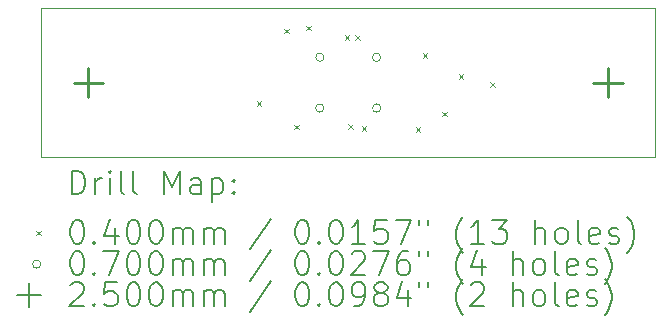
<source format=gbr>
%TF.GenerationSoftware,KiCad,Pcbnew,9.0.6*%
%TF.CreationDate,2025-12-16T13:32:34+01:00*%
%TF.ProjectId,USB,5553422e-6b69-4636-9164-5f7063625858,rev?*%
%TF.SameCoordinates,Original*%
%TF.FileFunction,Drillmap*%
%TF.FilePolarity,Positive*%
%FSLAX45Y45*%
G04 Gerber Fmt 4.5, Leading zero omitted, Abs format (unit mm)*
G04 Created by KiCad (PCBNEW 9.0.6) date 2025-12-16 13:32:34*
%MOMM*%
%LPD*%
G01*
G04 APERTURE LIST*
%ADD10C,0.050000*%
%ADD11C,0.200000*%
%ADD12C,0.100000*%
%ADD13C,0.250000*%
G04 APERTURE END LIST*
D10*
X23100000Y-11150000D02*
X28300000Y-11150000D01*
X28300000Y-12410000D01*
X23100000Y-12410000D01*
X23100000Y-11150000D01*
D11*
D12*
X24925000Y-11935000D02*
X24965000Y-11975000D01*
X24965000Y-11935000D02*
X24925000Y-11975000D01*
X25157500Y-11322500D02*
X25197500Y-11362500D01*
X25197500Y-11322500D02*
X25157500Y-11362500D01*
X25242500Y-12135000D02*
X25282500Y-12175000D01*
X25282500Y-12135000D02*
X25242500Y-12175000D01*
X25345000Y-11297500D02*
X25385000Y-11337500D01*
X25385000Y-11297500D02*
X25345000Y-11337500D01*
X25670000Y-11377500D02*
X25710000Y-11417500D01*
X25710000Y-11377500D02*
X25670000Y-11417500D01*
X25697500Y-12132500D02*
X25737500Y-12172500D01*
X25737500Y-12132500D02*
X25697500Y-12172500D01*
X25760000Y-11377500D02*
X25800000Y-11417500D01*
X25800000Y-11377500D02*
X25760000Y-11417500D01*
X25815000Y-12147500D02*
X25855000Y-12187500D01*
X25855000Y-12147500D02*
X25815000Y-12187500D01*
X26270000Y-12155000D02*
X26310000Y-12195000D01*
X26310000Y-12155000D02*
X26270000Y-12195000D01*
X26330000Y-11527500D02*
X26370000Y-11567500D01*
X26370000Y-11527500D02*
X26330000Y-11567500D01*
X26495000Y-12025000D02*
X26535000Y-12065000D01*
X26535000Y-12025000D02*
X26495000Y-12065000D01*
X26635000Y-11710000D02*
X26675000Y-11750000D01*
X26675000Y-11710000D02*
X26635000Y-11750000D01*
X26902500Y-11775000D02*
X26942500Y-11815000D01*
X26942500Y-11775000D02*
X26902500Y-11815000D01*
X25495000Y-11565000D02*
G75*
G02*
X25425000Y-11565000I-35000J0D01*
G01*
X25425000Y-11565000D02*
G75*
G02*
X25495000Y-11565000I35000J0D01*
G01*
X25495000Y-11995000D02*
G75*
G02*
X25425000Y-11995000I-35000J0D01*
G01*
X25425000Y-11995000D02*
G75*
G02*
X25495000Y-11995000I35000J0D01*
G01*
X25975000Y-11565000D02*
G75*
G02*
X25905000Y-11565000I-35000J0D01*
G01*
X25905000Y-11565000D02*
G75*
G02*
X25975000Y-11565000I35000J0D01*
G01*
X25975000Y-11995000D02*
G75*
G02*
X25905000Y-11995000I-35000J0D01*
G01*
X25905000Y-11995000D02*
G75*
G02*
X25975000Y-11995000I35000J0D01*
G01*
D13*
X23500000Y-11655000D02*
X23500000Y-11905000D01*
X23375000Y-11780000D02*
X23625000Y-11780000D01*
X27900000Y-11655000D02*
X27900000Y-11905000D01*
X27775000Y-11780000D02*
X28025000Y-11780000D01*
D11*
X23358277Y-12723984D02*
X23358277Y-12523984D01*
X23358277Y-12523984D02*
X23405896Y-12523984D01*
X23405896Y-12523984D02*
X23434467Y-12533508D01*
X23434467Y-12533508D02*
X23453515Y-12552555D01*
X23453515Y-12552555D02*
X23463039Y-12571603D01*
X23463039Y-12571603D02*
X23472562Y-12609698D01*
X23472562Y-12609698D02*
X23472562Y-12638269D01*
X23472562Y-12638269D02*
X23463039Y-12676365D01*
X23463039Y-12676365D02*
X23453515Y-12695412D01*
X23453515Y-12695412D02*
X23434467Y-12714460D01*
X23434467Y-12714460D02*
X23405896Y-12723984D01*
X23405896Y-12723984D02*
X23358277Y-12723984D01*
X23558277Y-12723984D02*
X23558277Y-12590650D01*
X23558277Y-12628746D02*
X23567801Y-12609698D01*
X23567801Y-12609698D02*
X23577324Y-12600174D01*
X23577324Y-12600174D02*
X23596372Y-12590650D01*
X23596372Y-12590650D02*
X23615420Y-12590650D01*
X23682086Y-12723984D02*
X23682086Y-12590650D01*
X23682086Y-12523984D02*
X23672562Y-12533508D01*
X23672562Y-12533508D02*
X23682086Y-12543031D01*
X23682086Y-12543031D02*
X23691610Y-12533508D01*
X23691610Y-12533508D02*
X23682086Y-12523984D01*
X23682086Y-12523984D02*
X23682086Y-12543031D01*
X23805896Y-12723984D02*
X23786848Y-12714460D01*
X23786848Y-12714460D02*
X23777324Y-12695412D01*
X23777324Y-12695412D02*
X23777324Y-12523984D01*
X23910658Y-12723984D02*
X23891610Y-12714460D01*
X23891610Y-12714460D02*
X23882086Y-12695412D01*
X23882086Y-12695412D02*
X23882086Y-12523984D01*
X24139229Y-12723984D02*
X24139229Y-12523984D01*
X24139229Y-12523984D02*
X24205896Y-12666841D01*
X24205896Y-12666841D02*
X24272562Y-12523984D01*
X24272562Y-12523984D02*
X24272562Y-12723984D01*
X24453515Y-12723984D02*
X24453515Y-12619222D01*
X24453515Y-12619222D02*
X24443991Y-12600174D01*
X24443991Y-12600174D02*
X24424943Y-12590650D01*
X24424943Y-12590650D02*
X24386848Y-12590650D01*
X24386848Y-12590650D02*
X24367801Y-12600174D01*
X24453515Y-12714460D02*
X24434467Y-12723984D01*
X24434467Y-12723984D02*
X24386848Y-12723984D01*
X24386848Y-12723984D02*
X24367801Y-12714460D01*
X24367801Y-12714460D02*
X24358277Y-12695412D01*
X24358277Y-12695412D02*
X24358277Y-12676365D01*
X24358277Y-12676365D02*
X24367801Y-12657317D01*
X24367801Y-12657317D02*
X24386848Y-12647793D01*
X24386848Y-12647793D02*
X24434467Y-12647793D01*
X24434467Y-12647793D02*
X24453515Y-12638269D01*
X24548753Y-12590650D02*
X24548753Y-12790650D01*
X24548753Y-12600174D02*
X24567801Y-12590650D01*
X24567801Y-12590650D02*
X24605896Y-12590650D01*
X24605896Y-12590650D02*
X24624943Y-12600174D01*
X24624943Y-12600174D02*
X24634467Y-12609698D01*
X24634467Y-12609698D02*
X24643991Y-12628746D01*
X24643991Y-12628746D02*
X24643991Y-12685888D01*
X24643991Y-12685888D02*
X24634467Y-12704936D01*
X24634467Y-12704936D02*
X24624943Y-12714460D01*
X24624943Y-12714460D02*
X24605896Y-12723984D01*
X24605896Y-12723984D02*
X24567801Y-12723984D01*
X24567801Y-12723984D02*
X24548753Y-12714460D01*
X24729705Y-12704936D02*
X24739229Y-12714460D01*
X24739229Y-12714460D02*
X24729705Y-12723984D01*
X24729705Y-12723984D02*
X24720182Y-12714460D01*
X24720182Y-12714460D02*
X24729705Y-12704936D01*
X24729705Y-12704936D02*
X24729705Y-12723984D01*
X24729705Y-12600174D02*
X24739229Y-12609698D01*
X24739229Y-12609698D02*
X24729705Y-12619222D01*
X24729705Y-12619222D02*
X24720182Y-12609698D01*
X24720182Y-12609698D02*
X24729705Y-12600174D01*
X24729705Y-12600174D02*
X24729705Y-12619222D01*
D12*
X23057500Y-13032500D02*
X23097500Y-13072500D01*
X23097500Y-13032500D02*
X23057500Y-13072500D01*
D11*
X23396372Y-12943984D02*
X23415420Y-12943984D01*
X23415420Y-12943984D02*
X23434467Y-12953508D01*
X23434467Y-12953508D02*
X23443991Y-12963031D01*
X23443991Y-12963031D02*
X23453515Y-12982079D01*
X23453515Y-12982079D02*
X23463039Y-13020174D01*
X23463039Y-13020174D02*
X23463039Y-13067793D01*
X23463039Y-13067793D02*
X23453515Y-13105888D01*
X23453515Y-13105888D02*
X23443991Y-13124936D01*
X23443991Y-13124936D02*
X23434467Y-13134460D01*
X23434467Y-13134460D02*
X23415420Y-13143984D01*
X23415420Y-13143984D02*
X23396372Y-13143984D01*
X23396372Y-13143984D02*
X23377324Y-13134460D01*
X23377324Y-13134460D02*
X23367801Y-13124936D01*
X23367801Y-13124936D02*
X23358277Y-13105888D01*
X23358277Y-13105888D02*
X23348753Y-13067793D01*
X23348753Y-13067793D02*
X23348753Y-13020174D01*
X23348753Y-13020174D02*
X23358277Y-12982079D01*
X23358277Y-12982079D02*
X23367801Y-12963031D01*
X23367801Y-12963031D02*
X23377324Y-12953508D01*
X23377324Y-12953508D02*
X23396372Y-12943984D01*
X23548753Y-13124936D02*
X23558277Y-13134460D01*
X23558277Y-13134460D02*
X23548753Y-13143984D01*
X23548753Y-13143984D02*
X23539229Y-13134460D01*
X23539229Y-13134460D02*
X23548753Y-13124936D01*
X23548753Y-13124936D02*
X23548753Y-13143984D01*
X23729705Y-13010650D02*
X23729705Y-13143984D01*
X23682086Y-12934460D02*
X23634467Y-13077317D01*
X23634467Y-13077317D02*
X23758277Y-13077317D01*
X23872562Y-12943984D02*
X23891610Y-12943984D01*
X23891610Y-12943984D02*
X23910658Y-12953508D01*
X23910658Y-12953508D02*
X23920182Y-12963031D01*
X23920182Y-12963031D02*
X23929705Y-12982079D01*
X23929705Y-12982079D02*
X23939229Y-13020174D01*
X23939229Y-13020174D02*
X23939229Y-13067793D01*
X23939229Y-13067793D02*
X23929705Y-13105888D01*
X23929705Y-13105888D02*
X23920182Y-13124936D01*
X23920182Y-13124936D02*
X23910658Y-13134460D01*
X23910658Y-13134460D02*
X23891610Y-13143984D01*
X23891610Y-13143984D02*
X23872562Y-13143984D01*
X23872562Y-13143984D02*
X23853515Y-13134460D01*
X23853515Y-13134460D02*
X23843991Y-13124936D01*
X23843991Y-13124936D02*
X23834467Y-13105888D01*
X23834467Y-13105888D02*
X23824943Y-13067793D01*
X23824943Y-13067793D02*
X23824943Y-13020174D01*
X23824943Y-13020174D02*
X23834467Y-12982079D01*
X23834467Y-12982079D02*
X23843991Y-12963031D01*
X23843991Y-12963031D02*
X23853515Y-12953508D01*
X23853515Y-12953508D02*
X23872562Y-12943984D01*
X24063039Y-12943984D02*
X24082086Y-12943984D01*
X24082086Y-12943984D02*
X24101134Y-12953508D01*
X24101134Y-12953508D02*
X24110658Y-12963031D01*
X24110658Y-12963031D02*
X24120182Y-12982079D01*
X24120182Y-12982079D02*
X24129705Y-13020174D01*
X24129705Y-13020174D02*
X24129705Y-13067793D01*
X24129705Y-13067793D02*
X24120182Y-13105888D01*
X24120182Y-13105888D02*
X24110658Y-13124936D01*
X24110658Y-13124936D02*
X24101134Y-13134460D01*
X24101134Y-13134460D02*
X24082086Y-13143984D01*
X24082086Y-13143984D02*
X24063039Y-13143984D01*
X24063039Y-13143984D02*
X24043991Y-13134460D01*
X24043991Y-13134460D02*
X24034467Y-13124936D01*
X24034467Y-13124936D02*
X24024943Y-13105888D01*
X24024943Y-13105888D02*
X24015420Y-13067793D01*
X24015420Y-13067793D02*
X24015420Y-13020174D01*
X24015420Y-13020174D02*
X24024943Y-12982079D01*
X24024943Y-12982079D02*
X24034467Y-12963031D01*
X24034467Y-12963031D02*
X24043991Y-12953508D01*
X24043991Y-12953508D02*
X24063039Y-12943984D01*
X24215420Y-13143984D02*
X24215420Y-13010650D01*
X24215420Y-13029698D02*
X24224943Y-13020174D01*
X24224943Y-13020174D02*
X24243991Y-13010650D01*
X24243991Y-13010650D02*
X24272563Y-13010650D01*
X24272563Y-13010650D02*
X24291610Y-13020174D01*
X24291610Y-13020174D02*
X24301134Y-13039222D01*
X24301134Y-13039222D02*
X24301134Y-13143984D01*
X24301134Y-13039222D02*
X24310658Y-13020174D01*
X24310658Y-13020174D02*
X24329705Y-13010650D01*
X24329705Y-13010650D02*
X24358277Y-13010650D01*
X24358277Y-13010650D02*
X24377324Y-13020174D01*
X24377324Y-13020174D02*
X24386848Y-13039222D01*
X24386848Y-13039222D02*
X24386848Y-13143984D01*
X24482086Y-13143984D02*
X24482086Y-13010650D01*
X24482086Y-13029698D02*
X24491610Y-13020174D01*
X24491610Y-13020174D02*
X24510658Y-13010650D01*
X24510658Y-13010650D02*
X24539229Y-13010650D01*
X24539229Y-13010650D02*
X24558277Y-13020174D01*
X24558277Y-13020174D02*
X24567801Y-13039222D01*
X24567801Y-13039222D02*
X24567801Y-13143984D01*
X24567801Y-13039222D02*
X24577324Y-13020174D01*
X24577324Y-13020174D02*
X24596372Y-13010650D01*
X24596372Y-13010650D02*
X24624943Y-13010650D01*
X24624943Y-13010650D02*
X24643991Y-13020174D01*
X24643991Y-13020174D02*
X24653515Y-13039222D01*
X24653515Y-13039222D02*
X24653515Y-13143984D01*
X25043991Y-12934460D02*
X24872563Y-13191603D01*
X25301134Y-12943984D02*
X25320182Y-12943984D01*
X25320182Y-12943984D02*
X25339229Y-12953508D01*
X25339229Y-12953508D02*
X25348753Y-12963031D01*
X25348753Y-12963031D02*
X25358277Y-12982079D01*
X25358277Y-12982079D02*
X25367801Y-13020174D01*
X25367801Y-13020174D02*
X25367801Y-13067793D01*
X25367801Y-13067793D02*
X25358277Y-13105888D01*
X25358277Y-13105888D02*
X25348753Y-13124936D01*
X25348753Y-13124936D02*
X25339229Y-13134460D01*
X25339229Y-13134460D02*
X25320182Y-13143984D01*
X25320182Y-13143984D02*
X25301134Y-13143984D01*
X25301134Y-13143984D02*
X25282086Y-13134460D01*
X25282086Y-13134460D02*
X25272563Y-13124936D01*
X25272563Y-13124936D02*
X25263039Y-13105888D01*
X25263039Y-13105888D02*
X25253515Y-13067793D01*
X25253515Y-13067793D02*
X25253515Y-13020174D01*
X25253515Y-13020174D02*
X25263039Y-12982079D01*
X25263039Y-12982079D02*
X25272563Y-12963031D01*
X25272563Y-12963031D02*
X25282086Y-12953508D01*
X25282086Y-12953508D02*
X25301134Y-12943984D01*
X25453515Y-13124936D02*
X25463039Y-13134460D01*
X25463039Y-13134460D02*
X25453515Y-13143984D01*
X25453515Y-13143984D02*
X25443991Y-13134460D01*
X25443991Y-13134460D02*
X25453515Y-13124936D01*
X25453515Y-13124936D02*
X25453515Y-13143984D01*
X25586848Y-12943984D02*
X25605896Y-12943984D01*
X25605896Y-12943984D02*
X25624944Y-12953508D01*
X25624944Y-12953508D02*
X25634467Y-12963031D01*
X25634467Y-12963031D02*
X25643991Y-12982079D01*
X25643991Y-12982079D02*
X25653515Y-13020174D01*
X25653515Y-13020174D02*
X25653515Y-13067793D01*
X25653515Y-13067793D02*
X25643991Y-13105888D01*
X25643991Y-13105888D02*
X25634467Y-13124936D01*
X25634467Y-13124936D02*
X25624944Y-13134460D01*
X25624944Y-13134460D02*
X25605896Y-13143984D01*
X25605896Y-13143984D02*
X25586848Y-13143984D01*
X25586848Y-13143984D02*
X25567801Y-13134460D01*
X25567801Y-13134460D02*
X25558277Y-13124936D01*
X25558277Y-13124936D02*
X25548753Y-13105888D01*
X25548753Y-13105888D02*
X25539229Y-13067793D01*
X25539229Y-13067793D02*
X25539229Y-13020174D01*
X25539229Y-13020174D02*
X25548753Y-12982079D01*
X25548753Y-12982079D02*
X25558277Y-12963031D01*
X25558277Y-12963031D02*
X25567801Y-12953508D01*
X25567801Y-12953508D02*
X25586848Y-12943984D01*
X25843991Y-13143984D02*
X25729706Y-13143984D01*
X25786848Y-13143984D02*
X25786848Y-12943984D01*
X25786848Y-12943984D02*
X25767801Y-12972555D01*
X25767801Y-12972555D02*
X25748753Y-12991603D01*
X25748753Y-12991603D02*
X25729706Y-13001127D01*
X26024944Y-12943984D02*
X25929706Y-12943984D01*
X25929706Y-12943984D02*
X25920182Y-13039222D01*
X25920182Y-13039222D02*
X25929706Y-13029698D01*
X25929706Y-13029698D02*
X25948753Y-13020174D01*
X25948753Y-13020174D02*
X25996372Y-13020174D01*
X25996372Y-13020174D02*
X26015420Y-13029698D01*
X26015420Y-13029698D02*
X26024944Y-13039222D01*
X26024944Y-13039222D02*
X26034467Y-13058269D01*
X26034467Y-13058269D02*
X26034467Y-13105888D01*
X26034467Y-13105888D02*
X26024944Y-13124936D01*
X26024944Y-13124936D02*
X26015420Y-13134460D01*
X26015420Y-13134460D02*
X25996372Y-13143984D01*
X25996372Y-13143984D02*
X25948753Y-13143984D01*
X25948753Y-13143984D02*
X25929706Y-13134460D01*
X25929706Y-13134460D02*
X25920182Y-13124936D01*
X26101134Y-12943984D02*
X26234467Y-12943984D01*
X26234467Y-12943984D02*
X26148753Y-13143984D01*
X26301134Y-12943984D02*
X26301134Y-12982079D01*
X26377325Y-12943984D02*
X26377325Y-12982079D01*
X26672563Y-13220174D02*
X26663039Y-13210650D01*
X26663039Y-13210650D02*
X26643991Y-13182079D01*
X26643991Y-13182079D02*
X26634468Y-13163031D01*
X26634468Y-13163031D02*
X26624944Y-13134460D01*
X26624944Y-13134460D02*
X26615420Y-13086841D01*
X26615420Y-13086841D02*
X26615420Y-13048746D01*
X26615420Y-13048746D02*
X26624944Y-13001127D01*
X26624944Y-13001127D02*
X26634468Y-12972555D01*
X26634468Y-12972555D02*
X26643991Y-12953508D01*
X26643991Y-12953508D02*
X26663039Y-12924936D01*
X26663039Y-12924936D02*
X26672563Y-12915412D01*
X26853515Y-13143984D02*
X26739229Y-13143984D01*
X26796372Y-13143984D02*
X26796372Y-12943984D01*
X26796372Y-12943984D02*
X26777325Y-12972555D01*
X26777325Y-12972555D02*
X26758277Y-12991603D01*
X26758277Y-12991603D02*
X26739229Y-13001127D01*
X26920182Y-12943984D02*
X27043991Y-12943984D01*
X27043991Y-12943984D02*
X26977325Y-13020174D01*
X26977325Y-13020174D02*
X27005896Y-13020174D01*
X27005896Y-13020174D02*
X27024944Y-13029698D01*
X27024944Y-13029698D02*
X27034468Y-13039222D01*
X27034468Y-13039222D02*
X27043991Y-13058269D01*
X27043991Y-13058269D02*
X27043991Y-13105888D01*
X27043991Y-13105888D02*
X27034468Y-13124936D01*
X27034468Y-13124936D02*
X27024944Y-13134460D01*
X27024944Y-13134460D02*
X27005896Y-13143984D01*
X27005896Y-13143984D02*
X26948753Y-13143984D01*
X26948753Y-13143984D02*
X26929706Y-13134460D01*
X26929706Y-13134460D02*
X26920182Y-13124936D01*
X27282087Y-13143984D02*
X27282087Y-12943984D01*
X27367801Y-13143984D02*
X27367801Y-13039222D01*
X27367801Y-13039222D02*
X27358277Y-13020174D01*
X27358277Y-13020174D02*
X27339230Y-13010650D01*
X27339230Y-13010650D02*
X27310658Y-13010650D01*
X27310658Y-13010650D02*
X27291610Y-13020174D01*
X27291610Y-13020174D02*
X27282087Y-13029698D01*
X27491610Y-13143984D02*
X27472563Y-13134460D01*
X27472563Y-13134460D02*
X27463039Y-13124936D01*
X27463039Y-13124936D02*
X27453515Y-13105888D01*
X27453515Y-13105888D02*
X27453515Y-13048746D01*
X27453515Y-13048746D02*
X27463039Y-13029698D01*
X27463039Y-13029698D02*
X27472563Y-13020174D01*
X27472563Y-13020174D02*
X27491610Y-13010650D01*
X27491610Y-13010650D02*
X27520182Y-13010650D01*
X27520182Y-13010650D02*
X27539230Y-13020174D01*
X27539230Y-13020174D02*
X27548753Y-13029698D01*
X27548753Y-13029698D02*
X27558277Y-13048746D01*
X27558277Y-13048746D02*
X27558277Y-13105888D01*
X27558277Y-13105888D02*
X27548753Y-13124936D01*
X27548753Y-13124936D02*
X27539230Y-13134460D01*
X27539230Y-13134460D02*
X27520182Y-13143984D01*
X27520182Y-13143984D02*
X27491610Y-13143984D01*
X27672563Y-13143984D02*
X27653515Y-13134460D01*
X27653515Y-13134460D02*
X27643991Y-13115412D01*
X27643991Y-13115412D02*
X27643991Y-12943984D01*
X27824944Y-13134460D02*
X27805896Y-13143984D01*
X27805896Y-13143984D02*
X27767801Y-13143984D01*
X27767801Y-13143984D02*
X27748753Y-13134460D01*
X27748753Y-13134460D02*
X27739230Y-13115412D01*
X27739230Y-13115412D02*
X27739230Y-13039222D01*
X27739230Y-13039222D02*
X27748753Y-13020174D01*
X27748753Y-13020174D02*
X27767801Y-13010650D01*
X27767801Y-13010650D02*
X27805896Y-13010650D01*
X27805896Y-13010650D02*
X27824944Y-13020174D01*
X27824944Y-13020174D02*
X27834468Y-13039222D01*
X27834468Y-13039222D02*
X27834468Y-13058269D01*
X27834468Y-13058269D02*
X27739230Y-13077317D01*
X27910658Y-13134460D02*
X27929706Y-13143984D01*
X27929706Y-13143984D02*
X27967801Y-13143984D01*
X27967801Y-13143984D02*
X27986849Y-13134460D01*
X27986849Y-13134460D02*
X27996372Y-13115412D01*
X27996372Y-13115412D02*
X27996372Y-13105888D01*
X27996372Y-13105888D02*
X27986849Y-13086841D01*
X27986849Y-13086841D02*
X27967801Y-13077317D01*
X27967801Y-13077317D02*
X27939230Y-13077317D01*
X27939230Y-13077317D02*
X27920182Y-13067793D01*
X27920182Y-13067793D02*
X27910658Y-13048746D01*
X27910658Y-13048746D02*
X27910658Y-13039222D01*
X27910658Y-13039222D02*
X27920182Y-13020174D01*
X27920182Y-13020174D02*
X27939230Y-13010650D01*
X27939230Y-13010650D02*
X27967801Y-13010650D01*
X27967801Y-13010650D02*
X27986849Y-13020174D01*
X28063039Y-13220174D02*
X28072563Y-13210650D01*
X28072563Y-13210650D02*
X28091611Y-13182079D01*
X28091611Y-13182079D02*
X28101134Y-13163031D01*
X28101134Y-13163031D02*
X28110658Y-13134460D01*
X28110658Y-13134460D02*
X28120182Y-13086841D01*
X28120182Y-13086841D02*
X28120182Y-13048746D01*
X28120182Y-13048746D02*
X28110658Y-13001127D01*
X28110658Y-13001127D02*
X28101134Y-12972555D01*
X28101134Y-12972555D02*
X28091611Y-12953508D01*
X28091611Y-12953508D02*
X28072563Y-12924936D01*
X28072563Y-12924936D02*
X28063039Y-12915412D01*
D12*
X23097500Y-13316500D02*
G75*
G02*
X23027500Y-13316500I-35000J0D01*
G01*
X23027500Y-13316500D02*
G75*
G02*
X23097500Y-13316500I35000J0D01*
G01*
D11*
X23396372Y-13207984D02*
X23415420Y-13207984D01*
X23415420Y-13207984D02*
X23434467Y-13217508D01*
X23434467Y-13217508D02*
X23443991Y-13227031D01*
X23443991Y-13227031D02*
X23453515Y-13246079D01*
X23453515Y-13246079D02*
X23463039Y-13284174D01*
X23463039Y-13284174D02*
X23463039Y-13331793D01*
X23463039Y-13331793D02*
X23453515Y-13369888D01*
X23453515Y-13369888D02*
X23443991Y-13388936D01*
X23443991Y-13388936D02*
X23434467Y-13398460D01*
X23434467Y-13398460D02*
X23415420Y-13407984D01*
X23415420Y-13407984D02*
X23396372Y-13407984D01*
X23396372Y-13407984D02*
X23377324Y-13398460D01*
X23377324Y-13398460D02*
X23367801Y-13388936D01*
X23367801Y-13388936D02*
X23358277Y-13369888D01*
X23358277Y-13369888D02*
X23348753Y-13331793D01*
X23348753Y-13331793D02*
X23348753Y-13284174D01*
X23348753Y-13284174D02*
X23358277Y-13246079D01*
X23358277Y-13246079D02*
X23367801Y-13227031D01*
X23367801Y-13227031D02*
X23377324Y-13217508D01*
X23377324Y-13217508D02*
X23396372Y-13207984D01*
X23548753Y-13388936D02*
X23558277Y-13398460D01*
X23558277Y-13398460D02*
X23548753Y-13407984D01*
X23548753Y-13407984D02*
X23539229Y-13398460D01*
X23539229Y-13398460D02*
X23548753Y-13388936D01*
X23548753Y-13388936D02*
X23548753Y-13407984D01*
X23624943Y-13207984D02*
X23758277Y-13207984D01*
X23758277Y-13207984D02*
X23672562Y-13407984D01*
X23872562Y-13207984D02*
X23891610Y-13207984D01*
X23891610Y-13207984D02*
X23910658Y-13217508D01*
X23910658Y-13217508D02*
X23920182Y-13227031D01*
X23920182Y-13227031D02*
X23929705Y-13246079D01*
X23929705Y-13246079D02*
X23939229Y-13284174D01*
X23939229Y-13284174D02*
X23939229Y-13331793D01*
X23939229Y-13331793D02*
X23929705Y-13369888D01*
X23929705Y-13369888D02*
X23920182Y-13388936D01*
X23920182Y-13388936D02*
X23910658Y-13398460D01*
X23910658Y-13398460D02*
X23891610Y-13407984D01*
X23891610Y-13407984D02*
X23872562Y-13407984D01*
X23872562Y-13407984D02*
X23853515Y-13398460D01*
X23853515Y-13398460D02*
X23843991Y-13388936D01*
X23843991Y-13388936D02*
X23834467Y-13369888D01*
X23834467Y-13369888D02*
X23824943Y-13331793D01*
X23824943Y-13331793D02*
X23824943Y-13284174D01*
X23824943Y-13284174D02*
X23834467Y-13246079D01*
X23834467Y-13246079D02*
X23843991Y-13227031D01*
X23843991Y-13227031D02*
X23853515Y-13217508D01*
X23853515Y-13217508D02*
X23872562Y-13207984D01*
X24063039Y-13207984D02*
X24082086Y-13207984D01*
X24082086Y-13207984D02*
X24101134Y-13217508D01*
X24101134Y-13217508D02*
X24110658Y-13227031D01*
X24110658Y-13227031D02*
X24120182Y-13246079D01*
X24120182Y-13246079D02*
X24129705Y-13284174D01*
X24129705Y-13284174D02*
X24129705Y-13331793D01*
X24129705Y-13331793D02*
X24120182Y-13369888D01*
X24120182Y-13369888D02*
X24110658Y-13388936D01*
X24110658Y-13388936D02*
X24101134Y-13398460D01*
X24101134Y-13398460D02*
X24082086Y-13407984D01*
X24082086Y-13407984D02*
X24063039Y-13407984D01*
X24063039Y-13407984D02*
X24043991Y-13398460D01*
X24043991Y-13398460D02*
X24034467Y-13388936D01*
X24034467Y-13388936D02*
X24024943Y-13369888D01*
X24024943Y-13369888D02*
X24015420Y-13331793D01*
X24015420Y-13331793D02*
X24015420Y-13284174D01*
X24015420Y-13284174D02*
X24024943Y-13246079D01*
X24024943Y-13246079D02*
X24034467Y-13227031D01*
X24034467Y-13227031D02*
X24043991Y-13217508D01*
X24043991Y-13217508D02*
X24063039Y-13207984D01*
X24215420Y-13407984D02*
X24215420Y-13274650D01*
X24215420Y-13293698D02*
X24224943Y-13284174D01*
X24224943Y-13284174D02*
X24243991Y-13274650D01*
X24243991Y-13274650D02*
X24272563Y-13274650D01*
X24272563Y-13274650D02*
X24291610Y-13284174D01*
X24291610Y-13284174D02*
X24301134Y-13303222D01*
X24301134Y-13303222D02*
X24301134Y-13407984D01*
X24301134Y-13303222D02*
X24310658Y-13284174D01*
X24310658Y-13284174D02*
X24329705Y-13274650D01*
X24329705Y-13274650D02*
X24358277Y-13274650D01*
X24358277Y-13274650D02*
X24377324Y-13284174D01*
X24377324Y-13284174D02*
X24386848Y-13303222D01*
X24386848Y-13303222D02*
X24386848Y-13407984D01*
X24482086Y-13407984D02*
X24482086Y-13274650D01*
X24482086Y-13293698D02*
X24491610Y-13284174D01*
X24491610Y-13284174D02*
X24510658Y-13274650D01*
X24510658Y-13274650D02*
X24539229Y-13274650D01*
X24539229Y-13274650D02*
X24558277Y-13284174D01*
X24558277Y-13284174D02*
X24567801Y-13303222D01*
X24567801Y-13303222D02*
X24567801Y-13407984D01*
X24567801Y-13303222D02*
X24577324Y-13284174D01*
X24577324Y-13284174D02*
X24596372Y-13274650D01*
X24596372Y-13274650D02*
X24624943Y-13274650D01*
X24624943Y-13274650D02*
X24643991Y-13284174D01*
X24643991Y-13284174D02*
X24653515Y-13303222D01*
X24653515Y-13303222D02*
X24653515Y-13407984D01*
X25043991Y-13198460D02*
X24872563Y-13455603D01*
X25301134Y-13207984D02*
X25320182Y-13207984D01*
X25320182Y-13207984D02*
X25339229Y-13217508D01*
X25339229Y-13217508D02*
X25348753Y-13227031D01*
X25348753Y-13227031D02*
X25358277Y-13246079D01*
X25358277Y-13246079D02*
X25367801Y-13284174D01*
X25367801Y-13284174D02*
X25367801Y-13331793D01*
X25367801Y-13331793D02*
X25358277Y-13369888D01*
X25358277Y-13369888D02*
X25348753Y-13388936D01*
X25348753Y-13388936D02*
X25339229Y-13398460D01*
X25339229Y-13398460D02*
X25320182Y-13407984D01*
X25320182Y-13407984D02*
X25301134Y-13407984D01*
X25301134Y-13407984D02*
X25282086Y-13398460D01*
X25282086Y-13398460D02*
X25272563Y-13388936D01*
X25272563Y-13388936D02*
X25263039Y-13369888D01*
X25263039Y-13369888D02*
X25253515Y-13331793D01*
X25253515Y-13331793D02*
X25253515Y-13284174D01*
X25253515Y-13284174D02*
X25263039Y-13246079D01*
X25263039Y-13246079D02*
X25272563Y-13227031D01*
X25272563Y-13227031D02*
X25282086Y-13217508D01*
X25282086Y-13217508D02*
X25301134Y-13207984D01*
X25453515Y-13388936D02*
X25463039Y-13398460D01*
X25463039Y-13398460D02*
X25453515Y-13407984D01*
X25453515Y-13407984D02*
X25443991Y-13398460D01*
X25443991Y-13398460D02*
X25453515Y-13388936D01*
X25453515Y-13388936D02*
X25453515Y-13407984D01*
X25586848Y-13207984D02*
X25605896Y-13207984D01*
X25605896Y-13207984D02*
X25624944Y-13217508D01*
X25624944Y-13217508D02*
X25634467Y-13227031D01*
X25634467Y-13227031D02*
X25643991Y-13246079D01*
X25643991Y-13246079D02*
X25653515Y-13284174D01*
X25653515Y-13284174D02*
X25653515Y-13331793D01*
X25653515Y-13331793D02*
X25643991Y-13369888D01*
X25643991Y-13369888D02*
X25634467Y-13388936D01*
X25634467Y-13388936D02*
X25624944Y-13398460D01*
X25624944Y-13398460D02*
X25605896Y-13407984D01*
X25605896Y-13407984D02*
X25586848Y-13407984D01*
X25586848Y-13407984D02*
X25567801Y-13398460D01*
X25567801Y-13398460D02*
X25558277Y-13388936D01*
X25558277Y-13388936D02*
X25548753Y-13369888D01*
X25548753Y-13369888D02*
X25539229Y-13331793D01*
X25539229Y-13331793D02*
X25539229Y-13284174D01*
X25539229Y-13284174D02*
X25548753Y-13246079D01*
X25548753Y-13246079D02*
X25558277Y-13227031D01*
X25558277Y-13227031D02*
X25567801Y-13217508D01*
X25567801Y-13217508D02*
X25586848Y-13207984D01*
X25729706Y-13227031D02*
X25739229Y-13217508D01*
X25739229Y-13217508D02*
X25758277Y-13207984D01*
X25758277Y-13207984D02*
X25805896Y-13207984D01*
X25805896Y-13207984D02*
X25824944Y-13217508D01*
X25824944Y-13217508D02*
X25834467Y-13227031D01*
X25834467Y-13227031D02*
X25843991Y-13246079D01*
X25843991Y-13246079D02*
X25843991Y-13265127D01*
X25843991Y-13265127D02*
X25834467Y-13293698D01*
X25834467Y-13293698D02*
X25720182Y-13407984D01*
X25720182Y-13407984D02*
X25843991Y-13407984D01*
X25910658Y-13207984D02*
X26043991Y-13207984D01*
X26043991Y-13207984D02*
X25958277Y-13407984D01*
X26205896Y-13207984D02*
X26167801Y-13207984D01*
X26167801Y-13207984D02*
X26148753Y-13217508D01*
X26148753Y-13217508D02*
X26139229Y-13227031D01*
X26139229Y-13227031D02*
X26120182Y-13255603D01*
X26120182Y-13255603D02*
X26110658Y-13293698D01*
X26110658Y-13293698D02*
X26110658Y-13369888D01*
X26110658Y-13369888D02*
X26120182Y-13388936D01*
X26120182Y-13388936D02*
X26129706Y-13398460D01*
X26129706Y-13398460D02*
X26148753Y-13407984D01*
X26148753Y-13407984D02*
X26186848Y-13407984D01*
X26186848Y-13407984D02*
X26205896Y-13398460D01*
X26205896Y-13398460D02*
X26215420Y-13388936D01*
X26215420Y-13388936D02*
X26224944Y-13369888D01*
X26224944Y-13369888D02*
X26224944Y-13322269D01*
X26224944Y-13322269D02*
X26215420Y-13303222D01*
X26215420Y-13303222D02*
X26205896Y-13293698D01*
X26205896Y-13293698D02*
X26186848Y-13284174D01*
X26186848Y-13284174D02*
X26148753Y-13284174D01*
X26148753Y-13284174D02*
X26129706Y-13293698D01*
X26129706Y-13293698D02*
X26120182Y-13303222D01*
X26120182Y-13303222D02*
X26110658Y-13322269D01*
X26301134Y-13207984D02*
X26301134Y-13246079D01*
X26377325Y-13207984D02*
X26377325Y-13246079D01*
X26672563Y-13484174D02*
X26663039Y-13474650D01*
X26663039Y-13474650D02*
X26643991Y-13446079D01*
X26643991Y-13446079D02*
X26634468Y-13427031D01*
X26634468Y-13427031D02*
X26624944Y-13398460D01*
X26624944Y-13398460D02*
X26615420Y-13350841D01*
X26615420Y-13350841D02*
X26615420Y-13312746D01*
X26615420Y-13312746D02*
X26624944Y-13265127D01*
X26624944Y-13265127D02*
X26634468Y-13236555D01*
X26634468Y-13236555D02*
X26643991Y-13217508D01*
X26643991Y-13217508D02*
X26663039Y-13188936D01*
X26663039Y-13188936D02*
X26672563Y-13179412D01*
X26834468Y-13274650D02*
X26834468Y-13407984D01*
X26786848Y-13198460D02*
X26739229Y-13341317D01*
X26739229Y-13341317D02*
X26863039Y-13341317D01*
X27091610Y-13407984D02*
X27091610Y-13207984D01*
X27177325Y-13407984D02*
X27177325Y-13303222D01*
X27177325Y-13303222D02*
X27167801Y-13284174D01*
X27167801Y-13284174D02*
X27148753Y-13274650D01*
X27148753Y-13274650D02*
X27120182Y-13274650D01*
X27120182Y-13274650D02*
X27101134Y-13284174D01*
X27101134Y-13284174D02*
X27091610Y-13293698D01*
X27301134Y-13407984D02*
X27282087Y-13398460D01*
X27282087Y-13398460D02*
X27272563Y-13388936D01*
X27272563Y-13388936D02*
X27263039Y-13369888D01*
X27263039Y-13369888D02*
X27263039Y-13312746D01*
X27263039Y-13312746D02*
X27272563Y-13293698D01*
X27272563Y-13293698D02*
X27282087Y-13284174D01*
X27282087Y-13284174D02*
X27301134Y-13274650D01*
X27301134Y-13274650D02*
X27329706Y-13274650D01*
X27329706Y-13274650D02*
X27348753Y-13284174D01*
X27348753Y-13284174D02*
X27358277Y-13293698D01*
X27358277Y-13293698D02*
X27367801Y-13312746D01*
X27367801Y-13312746D02*
X27367801Y-13369888D01*
X27367801Y-13369888D02*
X27358277Y-13388936D01*
X27358277Y-13388936D02*
X27348753Y-13398460D01*
X27348753Y-13398460D02*
X27329706Y-13407984D01*
X27329706Y-13407984D02*
X27301134Y-13407984D01*
X27482087Y-13407984D02*
X27463039Y-13398460D01*
X27463039Y-13398460D02*
X27453515Y-13379412D01*
X27453515Y-13379412D02*
X27453515Y-13207984D01*
X27634468Y-13398460D02*
X27615420Y-13407984D01*
X27615420Y-13407984D02*
X27577325Y-13407984D01*
X27577325Y-13407984D02*
X27558277Y-13398460D01*
X27558277Y-13398460D02*
X27548753Y-13379412D01*
X27548753Y-13379412D02*
X27548753Y-13303222D01*
X27548753Y-13303222D02*
X27558277Y-13284174D01*
X27558277Y-13284174D02*
X27577325Y-13274650D01*
X27577325Y-13274650D02*
X27615420Y-13274650D01*
X27615420Y-13274650D02*
X27634468Y-13284174D01*
X27634468Y-13284174D02*
X27643991Y-13303222D01*
X27643991Y-13303222D02*
X27643991Y-13322269D01*
X27643991Y-13322269D02*
X27548753Y-13341317D01*
X27720182Y-13398460D02*
X27739230Y-13407984D01*
X27739230Y-13407984D02*
X27777325Y-13407984D01*
X27777325Y-13407984D02*
X27796372Y-13398460D01*
X27796372Y-13398460D02*
X27805896Y-13379412D01*
X27805896Y-13379412D02*
X27805896Y-13369888D01*
X27805896Y-13369888D02*
X27796372Y-13350841D01*
X27796372Y-13350841D02*
X27777325Y-13341317D01*
X27777325Y-13341317D02*
X27748753Y-13341317D01*
X27748753Y-13341317D02*
X27729706Y-13331793D01*
X27729706Y-13331793D02*
X27720182Y-13312746D01*
X27720182Y-13312746D02*
X27720182Y-13303222D01*
X27720182Y-13303222D02*
X27729706Y-13284174D01*
X27729706Y-13284174D02*
X27748753Y-13274650D01*
X27748753Y-13274650D02*
X27777325Y-13274650D01*
X27777325Y-13274650D02*
X27796372Y-13284174D01*
X27872563Y-13484174D02*
X27882087Y-13474650D01*
X27882087Y-13474650D02*
X27901134Y-13446079D01*
X27901134Y-13446079D02*
X27910658Y-13427031D01*
X27910658Y-13427031D02*
X27920182Y-13398460D01*
X27920182Y-13398460D02*
X27929706Y-13350841D01*
X27929706Y-13350841D02*
X27929706Y-13312746D01*
X27929706Y-13312746D02*
X27920182Y-13265127D01*
X27920182Y-13265127D02*
X27910658Y-13236555D01*
X27910658Y-13236555D02*
X27901134Y-13217508D01*
X27901134Y-13217508D02*
X27882087Y-13188936D01*
X27882087Y-13188936D02*
X27872563Y-13179412D01*
X22997500Y-13480500D02*
X22997500Y-13680500D01*
X22897500Y-13580500D02*
X23097500Y-13580500D01*
X23348753Y-13491031D02*
X23358277Y-13481508D01*
X23358277Y-13481508D02*
X23377324Y-13471984D01*
X23377324Y-13471984D02*
X23424943Y-13471984D01*
X23424943Y-13471984D02*
X23443991Y-13481508D01*
X23443991Y-13481508D02*
X23453515Y-13491031D01*
X23453515Y-13491031D02*
X23463039Y-13510079D01*
X23463039Y-13510079D02*
X23463039Y-13529127D01*
X23463039Y-13529127D02*
X23453515Y-13557698D01*
X23453515Y-13557698D02*
X23339229Y-13671984D01*
X23339229Y-13671984D02*
X23463039Y-13671984D01*
X23548753Y-13652936D02*
X23558277Y-13662460D01*
X23558277Y-13662460D02*
X23548753Y-13671984D01*
X23548753Y-13671984D02*
X23539229Y-13662460D01*
X23539229Y-13662460D02*
X23548753Y-13652936D01*
X23548753Y-13652936D02*
X23548753Y-13671984D01*
X23739229Y-13471984D02*
X23643991Y-13471984D01*
X23643991Y-13471984D02*
X23634467Y-13567222D01*
X23634467Y-13567222D02*
X23643991Y-13557698D01*
X23643991Y-13557698D02*
X23663039Y-13548174D01*
X23663039Y-13548174D02*
X23710658Y-13548174D01*
X23710658Y-13548174D02*
X23729705Y-13557698D01*
X23729705Y-13557698D02*
X23739229Y-13567222D01*
X23739229Y-13567222D02*
X23748753Y-13586269D01*
X23748753Y-13586269D02*
X23748753Y-13633888D01*
X23748753Y-13633888D02*
X23739229Y-13652936D01*
X23739229Y-13652936D02*
X23729705Y-13662460D01*
X23729705Y-13662460D02*
X23710658Y-13671984D01*
X23710658Y-13671984D02*
X23663039Y-13671984D01*
X23663039Y-13671984D02*
X23643991Y-13662460D01*
X23643991Y-13662460D02*
X23634467Y-13652936D01*
X23872562Y-13471984D02*
X23891610Y-13471984D01*
X23891610Y-13471984D02*
X23910658Y-13481508D01*
X23910658Y-13481508D02*
X23920182Y-13491031D01*
X23920182Y-13491031D02*
X23929705Y-13510079D01*
X23929705Y-13510079D02*
X23939229Y-13548174D01*
X23939229Y-13548174D02*
X23939229Y-13595793D01*
X23939229Y-13595793D02*
X23929705Y-13633888D01*
X23929705Y-13633888D02*
X23920182Y-13652936D01*
X23920182Y-13652936D02*
X23910658Y-13662460D01*
X23910658Y-13662460D02*
X23891610Y-13671984D01*
X23891610Y-13671984D02*
X23872562Y-13671984D01*
X23872562Y-13671984D02*
X23853515Y-13662460D01*
X23853515Y-13662460D02*
X23843991Y-13652936D01*
X23843991Y-13652936D02*
X23834467Y-13633888D01*
X23834467Y-13633888D02*
X23824943Y-13595793D01*
X23824943Y-13595793D02*
X23824943Y-13548174D01*
X23824943Y-13548174D02*
X23834467Y-13510079D01*
X23834467Y-13510079D02*
X23843991Y-13491031D01*
X23843991Y-13491031D02*
X23853515Y-13481508D01*
X23853515Y-13481508D02*
X23872562Y-13471984D01*
X24063039Y-13471984D02*
X24082086Y-13471984D01*
X24082086Y-13471984D02*
X24101134Y-13481508D01*
X24101134Y-13481508D02*
X24110658Y-13491031D01*
X24110658Y-13491031D02*
X24120182Y-13510079D01*
X24120182Y-13510079D02*
X24129705Y-13548174D01*
X24129705Y-13548174D02*
X24129705Y-13595793D01*
X24129705Y-13595793D02*
X24120182Y-13633888D01*
X24120182Y-13633888D02*
X24110658Y-13652936D01*
X24110658Y-13652936D02*
X24101134Y-13662460D01*
X24101134Y-13662460D02*
X24082086Y-13671984D01*
X24082086Y-13671984D02*
X24063039Y-13671984D01*
X24063039Y-13671984D02*
X24043991Y-13662460D01*
X24043991Y-13662460D02*
X24034467Y-13652936D01*
X24034467Y-13652936D02*
X24024943Y-13633888D01*
X24024943Y-13633888D02*
X24015420Y-13595793D01*
X24015420Y-13595793D02*
X24015420Y-13548174D01*
X24015420Y-13548174D02*
X24024943Y-13510079D01*
X24024943Y-13510079D02*
X24034467Y-13491031D01*
X24034467Y-13491031D02*
X24043991Y-13481508D01*
X24043991Y-13481508D02*
X24063039Y-13471984D01*
X24215420Y-13671984D02*
X24215420Y-13538650D01*
X24215420Y-13557698D02*
X24224943Y-13548174D01*
X24224943Y-13548174D02*
X24243991Y-13538650D01*
X24243991Y-13538650D02*
X24272563Y-13538650D01*
X24272563Y-13538650D02*
X24291610Y-13548174D01*
X24291610Y-13548174D02*
X24301134Y-13567222D01*
X24301134Y-13567222D02*
X24301134Y-13671984D01*
X24301134Y-13567222D02*
X24310658Y-13548174D01*
X24310658Y-13548174D02*
X24329705Y-13538650D01*
X24329705Y-13538650D02*
X24358277Y-13538650D01*
X24358277Y-13538650D02*
X24377324Y-13548174D01*
X24377324Y-13548174D02*
X24386848Y-13567222D01*
X24386848Y-13567222D02*
X24386848Y-13671984D01*
X24482086Y-13671984D02*
X24482086Y-13538650D01*
X24482086Y-13557698D02*
X24491610Y-13548174D01*
X24491610Y-13548174D02*
X24510658Y-13538650D01*
X24510658Y-13538650D02*
X24539229Y-13538650D01*
X24539229Y-13538650D02*
X24558277Y-13548174D01*
X24558277Y-13548174D02*
X24567801Y-13567222D01*
X24567801Y-13567222D02*
X24567801Y-13671984D01*
X24567801Y-13567222D02*
X24577324Y-13548174D01*
X24577324Y-13548174D02*
X24596372Y-13538650D01*
X24596372Y-13538650D02*
X24624943Y-13538650D01*
X24624943Y-13538650D02*
X24643991Y-13548174D01*
X24643991Y-13548174D02*
X24653515Y-13567222D01*
X24653515Y-13567222D02*
X24653515Y-13671984D01*
X25043991Y-13462460D02*
X24872563Y-13719603D01*
X25301134Y-13471984D02*
X25320182Y-13471984D01*
X25320182Y-13471984D02*
X25339229Y-13481508D01*
X25339229Y-13481508D02*
X25348753Y-13491031D01*
X25348753Y-13491031D02*
X25358277Y-13510079D01*
X25358277Y-13510079D02*
X25367801Y-13548174D01*
X25367801Y-13548174D02*
X25367801Y-13595793D01*
X25367801Y-13595793D02*
X25358277Y-13633888D01*
X25358277Y-13633888D02*
X25348753Y-13652936D01*
X25348753Y-13652936D02*
X25339229Y-13662460D01*
X25339229Y-13662460D02*
X25320182Y-13671984D01*
X25320182Y-13671984D02*
X25301134Y-13671984D01*
X25301134Y-13671984D02*
X25282086Y-13662460D01*
X25282086Y-13662460D02*
X25272563Y-13652936D01*
X25272563Y-13652936D02*
X25263039Y-13633888D01*
X25263039Y-13633888D02*
X25253515Y-13595793D01*
X25253515Y-13595793D02*
X25253515Y-13548174D01*
X25253515Y-13548174D02*
X25263039Y-13510079D01*
X25263039Y-13510079D02*
X25272563Y-13491031D01*
X25272563Y-13491031D02*
X25282086Y-13481508D01*
X25282086Y-13481508D02*
X25301134Y-13471984D01*
X25453515Y-13652936D02*
X25463039Y-13662460D01*
X25463039Y-13662460D02*
X25453515Y-13671984D01*
X25453515Y-13671984D02*
X25443991Y-13662460D01*
X25443991Y-13662460D02*
X25453515Y-13652936D01*
X25453515Y-13652936D02*
X25453515Y-13671984D01*
X25586848Y-13471984D02*
X25605896Y-13471984D01*
X25605896Y-13471984D02*
X25624944Y-13481508D01*
X25624944Y-13481508D02*
X25634467Y-13491031D01*
X25634467Y-13491031D02*
X25643991Y-13510079D01*
X25643991Y-13510079D02*
X25653515Y-13548174D01*
X25653515Y-13548174D02*
X25653515Y-13595793D01*
X25653515Y-13595793D02*
X25643991Y-13633888D01*
X25643991Y-13633888D02*
X25634467Y-13652936D01*
X25634467Y-13652936D02*
X25624944Y-13662460D01*
X25624944Y-13662460D02*
X25605896Y-13671984D01*
X25605896Y-13671984D02*
X25586848Y-13671984D01*
X25586848Y-13671984D02*
X25567801Y-13662460D01*
X25567801Y-13662460D02*
X25558277Y-13652936D01*
X25558277Y-13652936D02*
X25548753Y-13633888D01*
X25548753Y-13633888D02*
X25539229Y-13595793D01*
X25539229Y-13595793D02*
X25539229Y-13548174D01*
X25539229Y-13548174D02*
X25548753Y-13510079D01*
X25548753Y-13510079D02*
X25558277Y-13491031D01*
X25558277Y-13491031D02*
X25567801Y-13481508D01*
X25567801Y-13481508D02*
X25586848Y-13471984D01*
X25748753Y-13671984D02*
X25786848Y-13671984D01*
X25786848Y-13671984D02*
X25805896Y-13662460D01*
X25805896Y-13662460D02*
X25815420Y-13652936D01*
X25815420Y-13652936D02*
X25834467Y-13624365D01*
X25834467Y-13624365D02*
X25843991Y-13586269D01*
X25843991Y-13586269D02*
X25843991Y-13510079D01*
X25843991Y-13510079D02*
X25834467Y-13491031D01*
X25834467Y-13491031D02*
X25824944Y-13481508D01*
X25824944Y-13481508D02*
X25805896Y-13471984D01*
X25805896Y-13471984D02*
X25767801Y-13471984D01*
X25767801Y-13471984D02*
X25748753Y-13481508D01*
X25748753Y-13481508D02*
X25739229Y-13491031D01*
X25739229Y-13491031D02*
X25729706Y-13510079D01*
X25729706Y-13510079D02*
X25729706Y-13557698D01*
X25729706Y-13557698D02*
X25739229Y-13576746D01*
X25739229Y-13576746D02*
X25748753Y-13586269D01*
X25748753Y-13586269D02*
X25767801Y-13595793D01*
X25767801Y-13595793D02*
X25805896Y-13595793D01*
X25805896Y-13595793D02*
X25824944Y-13586269D01*
X25824944Y-13586269D02*
X25834467Y-13576746D01*
X25834467Y-13576746D02*
X25843991Y-13557698D01*
X25958277Y-13557698D02*
X25939229Y-13548174D01*
X25939229Y-13548174D02*
X25929706Y-13538650D01*
X25929706Y-13538650D02*
X25920182Y-13519603D01*
X25920182Y-13519603D02*
X25920182Y-13510079D01*
X25920182Y-13510079D02*
X25929706Y-13491031D01*
X25929706Y-13491031D02*
X25939229Y-13481508D01*
X25939229Y-13481508D02*
X25958277Y-13471984D01*
X25958277Y-13471984D02*
X25996372Y-13471984D01*
X25996372Y-13471984D02*
X26015420Y-13481508D01*
X26015420Y-13481508D02*
X26024944Y-13491031D01*
X26024944Y-13491031D02*
X26034467Y-13510079D01*
X26034467Y-13510079D02*
X26034467Y-13519603D01*
X26034467Y-13519603D02*
X26024944Y-13538650D01*
X26024944Y-13538650D02*
X26015420Y-13548174D01*
X26015420Y-13548174D02*
X25996372Y-13557698D01*
X25996372Y-13557698D02*
X25958277Y-13557698D01*
X25958277Y-13557698D02*
X25939229Y-13567222D01*
X25939229Y-13567222D02*
X25929706Y-13576746D01*
X25929706Y-13576746D02*
X25920182Y-13595793D01*
X25920182Y-13595793D02*
X25920182Y-13633888D01*
X25920182Y-13633888D02*
X25929706Y-13652936D01*
X25929706Y-13652936D02*
X25939229Y-13662460D01*
X25939229Y-13662460D02*
X25958277Y-13671984D01*
X25958277Y-13671984D02*
X25996372Y-13671984D01*
X25996372Y-13671984D02*
X26015420Y-13662460D01*
X26015420Y-13662460D02*
X26024944Y-13652936D01*
X26024944Y-13652936D02*
X26034467Y-13633888D01*
X26034467Y-13633888D02*
X26034467Y-13595793D01*
X26034467Y-13595793D02*
X26024944Y-13576746D01*
X26024944Y-13576746D02*
X26015420Y-13567222D01*
X26015420Y-13567222D02*
X25996372Y-13557698D01*
X26205896Y-13538650D02*
X26205896Y-13671984D01*
X26158277Y-13462460D02*
X26110658Y-13605317D01*
X26110658Y-13605317D02*
X26234467Y-13605317D01*
X26301134Y-13471984D02*
X26301134Y-13510079D01*
X26377325Y-13471984D02*
X26377325Y-13510079D01*
X26672563Y-13748174D02*
X26663039Y-13738650D01*
X26663039Y-13738650D02*
X26643991Y-13710079D01*
X26643991Y-13710079D02*
X26634468Y-13691031D01*
X26634468Y-13691031D02*
X26624944Y-13662460D01*
X26624944Y-13662460D02*
X26615420Y-13614841D01*
X26615420Y-13614841D02*
X26615420Y-13576746D01*
X26615420Y-13576746D02*
X26624944Y-13529127D01*
X26624944Y-13529127D02*
X26634468Y-13500555D01*
X26634468Y-13500555D02*
X26643991Y-13481508D01*
X26643991Y-13481508D02*
X26663039Y-13452936D01*
X26663039Y-13452936D02*
X26672563Y-13443412D01*
X26739229Y-13491031D02*
X26748753Y-13481508D01*
X26748753Y-13481508D02*
X26767801Y-13471984D01*
X26767801Y-13471984D02*
X26815420Y-13471984D01*
X26815420Y-13471984D02*
X26834468Y-13481508D01*
X26834468Y-13481508D02*
X26843991Y-13491031D01*
X26843991Y-13491031D02*
X26853515Y-13510079D01*
X26853515Y-13510079D02*
X26853515Y-13529127D01*
X26853515Y-13529127D02*
X26843991Y-13557698D01*
X26843991Y-13557698D02*
X26729706Y-13671984D01*
X26729706Y-13671984D02*
X26853515Y-13671984D01*
X27091610Y-13671984D02*
X27091610Y-13471984D01*
X27177325Y-13671984D02*
X27177325Y-13567222D01*
X27177325Y-13567222D02*
X27167801Y-13548174D01*
X27167801Y-13548174D02*
X27148753Y-13538650D01*
X27148753Y-13538650D02*
X27120182Y-13538650D01*
X27120182Y-13538650D02*
X27101134Y-13548174D01*
X27101134Y-13548174D02*
X27091610Y-13557698D01*
X27301134Y-13671984D02*
X27282087Y-13662460D01*
X27282087Y-13662460D02*
X27272563Y-13652936D01*
X27272563Y-13652936D02*
X27263039Y-13633888D01*
X27263039Y-13633888D02*
X27263039Y-13576746D01*
X27263039Y-13576746D02*
X27272563Y-13557698D01*
X27272563Y-13557698D02*
X27282087Y-13548174D01*
X27282087Y-13548174D02*
X27301134Y-13538650D01*
X27301134Y-13538650D02*
X27329706Y-13538650D01*
X27329706Y-13538650D02*
X27348753Y-13548174D01*
X27348753Y-13548174D02*
X27358277Y-13557698D01*
X27358277Y-13557698D02*
X27367801Y-13576746D01*
X27367801Y-13576746D02*
X27367801Y-13633888D01*
X27367801Y-13633888D02*
X27358277Y-13652936D01*
X27358277Y-13652936D02*
X27348753Y-13662460D01*
X27348753Y-13662460D02*
X27329706Y-13671984D01*
X27329706Y-13671984D02*
X27301134Y-13671984D01*
X27482087Y-13671984D02*
X27463039Y-13662460D01*
X27463039Y-13662460D02*
X27453515Y-13643412D01*
X27453515Y-13643412D02*
X27453515Y-13471984D01*
X27634468Y-13662460D02*
X27615420Y-13671984D01*
X27615420Y-13671984D02*
X27577325Y-13671984D01*
X27577325Y-13671984D02*
X27558277Y-13662460D01*
X27558277Y-13662460D02*
X27548753Y-13643412D01*
X27548753Y-13643412D02*
X27548753Y-13567222D01*
X27548753Y-13567222D02*
X27558277Y-13548174D01*
X27558277Y-13548174D02*
X27577325Y-13538650D01*
X27577325Y-13538650D02*
X27615420Y-13538650D01*
X27615420Y-13538650D02*
X27634468Y-13548174D01*
X27634468Y-13548174D02*
X27643991Y-13567222D01*
X27643991Y-13567222D02*
X27643991Y-13586269D01*
X27643991Y-13586269D02*
X27548753Y-13605317D01*
X27720182Y-13662460D02*
X27739230Y-13671984D01*
X27739230Y-13671984D02*
X27777325Y-13671984D01*
X27777325Y-13671984D02*
X27796372Y-13662460D01*
X27796372Y-13662460D02*
X27805896Y-13643412D01*
X27805896Y-13643412D02*
X27805896Y-13633888D01*
X27805896Y-13633888D02*
X27796372Y-13614841D01*
X27796372Y-13614841D02*
X27777325Y-13605317D01*
X27777325Y-13605317D02*
X27748753Y-13605317D01*
X27748753Y-13605317D02*
X27729706Y-13595793D01*
X27729706Y-13595793D02*
X27720182Y-13576746D01*
X27720182Y-13576746D02*
X27720182Y-13567222D01*
X27720182Y-13567222D02*
X27729706Y-13548174D01*
X27729706Y-13548174D02*
X27748753Y-13538650D01*
X27748753Y-13538650D02*
X27777325Y-13538650D01*
X27777325Y-13538650D02*
X27796372Y-13548174D01*
X27872563Y-13748174D02*
X27882087Y-13738650D01*
X27882087Y-13738650D02*
X27901134Y-13710079D01*
X27901134Y-13710079D02*
X27910658Y-13691031D01*
X27910658Y-13691031D02*
X27920182Y-13662460D01*
X27920182Y-13662460D02*
X27929706Y-13614841D01*
X27929706Y-13614841D02*
X27929706Y-13576746D01*
X27929706Y-13576746D02*
X27920182Y-13529127D01*
X27920182Y-13529127D02*
X27910658Y-13500555D01*
X27910658Y-13500555D02*
X27901134Y-13481508D01*
X27901134Y-13481508D02*
X27882087Y-13452936D01*
X27882087Y-13452936D02*
X27872563Y-13443412D01*
M02*

</source>
